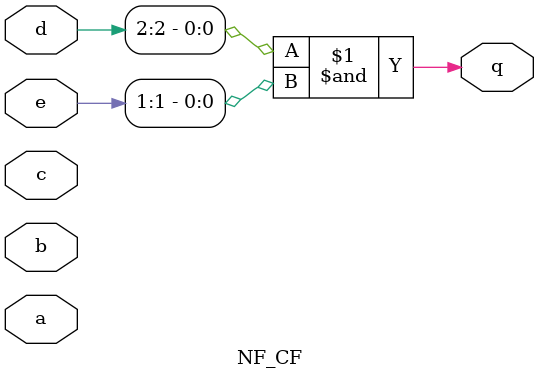
<source format=v>
/*
* -----------------------------------------------------------------
* COMPANY : Shandong University
* AUTHOR  : Yanhong Fan,  Chaoran Wang,  Lixuan Wu,   Meiqin Wang
* DOCUMENT: "A Fast Search Method for 3-Share Second-Order Masking Schemes for Lightweight S-Boxes"  
* -----------------------------------------------------------------
*
* Copyright c 2023, Yanhong Fan, Chaoran Wang, Lixuan Wu,  Meiqin Wang

*
* All rights reserved.
*
* THIS SOFTWARE IS PROVIDED BY THE COPYRIGHT HOLDERS AND CONTRIBUTORS "AS IS" AND
* ANY EXPRESS OR IMPLIED WARRANTIES, INCLUDING, BUT NOT LIMITED TO, THE IMPLIED
* WARRANTIES OF MERCHANTABILITY AND FITNESS FOR A PARTICULAR PURPOSE ARE
* DISCLAIMED. IN NO EVENT SHALL THE COPYRIGHT HOLDER OR CONTRIBUTERS BE LIABLE FOR ANY
* DIRECT, INDIRECT, INCIDENTAL, SPECIAL, EXEMPLARY, OR CONSEQUENTIAL DAMAGES
* INCLUDING, BUT NOT LIMITED TO, PROCUREMENT OF SUBSTITUTE GOODS OR SERVICES;
* LOSS OF USE, DATA, OR PROFITS; OR BUSINESS INTERRUPTION HOWEVER CAUSED AND
* ON ANY THEORY OF LIABILITY, WHETHER IN CONTRACT, STRICT LIABILITY, OR TORT
* INCLUDING NEGLIGENCE OR OTHERWISE ARISING IN ANY WAY OUT OF THE USE OF THIS
* SOFTWARE, EVEN IF ADVISED OF THE POSSIBILITY OF SUCH DAMAGE.
*
* Please see LICENSE and README for license and further instructions.
*/

module NF_CF(
    input [3:1] a,
    input [3:1] b,
    input [3:1] c,
    input [3:1] d,
    input [3:1] e,
    output q 
	 );
	 
	parameter num = 1;
	 
	generate

		if(num==0) begin
			assign q = d[1] ^ (d[1]&e[1]);
		end
		if(num==1) begin
			assign q = (d[2]&e[1]);
		end
		if(num==2) begin
			assign q = a[3] ^(d[3]&e[1]);
		end
		if(num==3) begin
			assign q =a[1] ^ d[1] ^ (d[1]&e[2]);
		end
		if(num==4) begin
			assign q = (d[2]&e[2]);
		end
		if(num==5) begin
			assign q = d[3] ^ (d[3]&e[2]);
		end
		if(num==6) begin
			assign q = d[1] ^ (d[1]&e[3]);
		end
		if(num==7) begin
			assign q = a[2] ^ d[2] ^(d[2]&e[3]);
		end
		if(num==8) begin
			assign q = (d[3]&e[3]);
		end
		if(num==9) begin
			assign q =  (e[1]&a[1]);
		end
		if(num==10) begin
			assign q = b[2] ^ e[2] ^ (e[2]&a[1]);
		end
		if(num==11) begin
			assign q = e[3] ^ (e[3]&a[1]);
		end
		if(num==12) begin
			assign q = e[1] ^ (e[1]&a[2]);
		end
		if(num==13) begin
			assign q = (e[2]&a[2]);
		end
		if(num==14) begin
			assign q = e[3] ^ b[3] ^ (e[3]&a[2]);
		end
		if(num==15) begin
			assign q = b[1] ^ (e[1]&a[3]);
		end
		if(num==16) begin
			assign q = (e[2]&a[3]);
		end
		if(num==17) begin
			assign q = e[3] ^ (e[3]&a[3]);
		end
		if(num==18) begin
			assign q = (a[1]&b[1]);
		end
		if(num==19) begin
			assign q = a[2] ^ (a[2]&b[1]);
		end
		if(num==20) begin
			assign q = c[3] ^ (a[3]&b[1]);
		end
		if(num==21) begin
			assign q = a[1] ^c[1] ^ (a[1]&b[2]);
		end
		if(num==22) begin
			assign q = a[2]^(a[2]&b[2]);
		end
		if(num==23) begin
			assign q = (a[3]&b[2]);
		end
		if(num==24) begin
			assign q = (a[1]&b[3]);
		end
		if(num==25) begin
			assign q = a[2] ^ c[2] ^ (a[2]&b[3]);
		end
		if(num==26) begin
			assign q = a[3] ^ (a[3]&b[3]);
		end
		if(num==27) begin
			assign q = b[1] ^ (b[1]&c[1]);
		end
		if(num==28) begin
			assign q = (b[2]&c[1]);
		end
		if(num==29) begin
			assign q = d[3] ^ (b[3]&c[1]);
		end
		if(num==30) begin
			assign q = b[1] ^ d[1] ^(b[1]&c[2]);
		end
		if(num==31) begin
			assign q = (b[2]&c[2]);
		end
		if(num==32) begin
			assign q = b[3] ^ (b[3]&c[2]);
		end
		if(num==33) begin
			assign q = b[1] ^ (b[1]&c[3]);
		end
		if(num==34) begin
			assign q = b[2] ^  d[2] ^ (b[2]&c[3]);
		end
		if(num==35) begin
			assign q = (b[3]&c[3]);
		end
		if(num==36) begin
			assign q = c[1] ^ (c[1]&d[1]);
		end
		if(num==37) begin
			assign q = (c[2]&d[1]);
		end
		if(num==38) begin
			assign q = e[3] ^ (c[3]&d[1]);
		end
		if(num==39) begin
			assign q = c[1] ^ e[1] ^(c[1]&d[2]);
		end
		if(num==40) begin
			assign q = (c[2]&d[2]);
		end
		if(num==41) begin
			assign q = c[3] ^ (c[3]&d[2]);
		end
		if(num==42) begin
			assign q = c[1] ^ (c[1]&d[3]);
		end
		if(num==43) begin
			assign q = e[2] ^c[2] ^(c[2]&d[3]);
		end
		if(num==44) begin
			assign q =  (c[3]&d[3]);
		end


	endgenerate


endmodule

</source>
